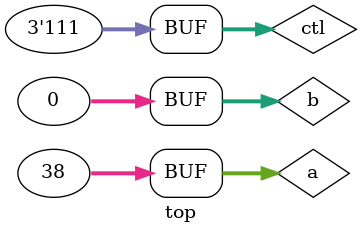
<source format=v>
`include "logic_unit.v"

module top();

reg [31:0] a, b;
reg [2:0] ctl;
wire [31:0] out;

	logic_unit LU (a, b, ctl, out);

	initial begin
		$monitor("ctl: %b\na:   %b\nb:   %b\nout: %b\n", ctl, a, b, out);
		a = 32'b0000100110; b = 32'b0; ctl = 3'b000;
		#1 ctl = 3'b001;
		#2 ctl = 3'b010;
		#3 ctl = 3'b011;
		#4 ctl = 3'b100;
		#5 ctl = 3'b101;
		#6 ctl = 3'b110;
		#7 ctl = 3'b111;
	end

endmodule
</source>
